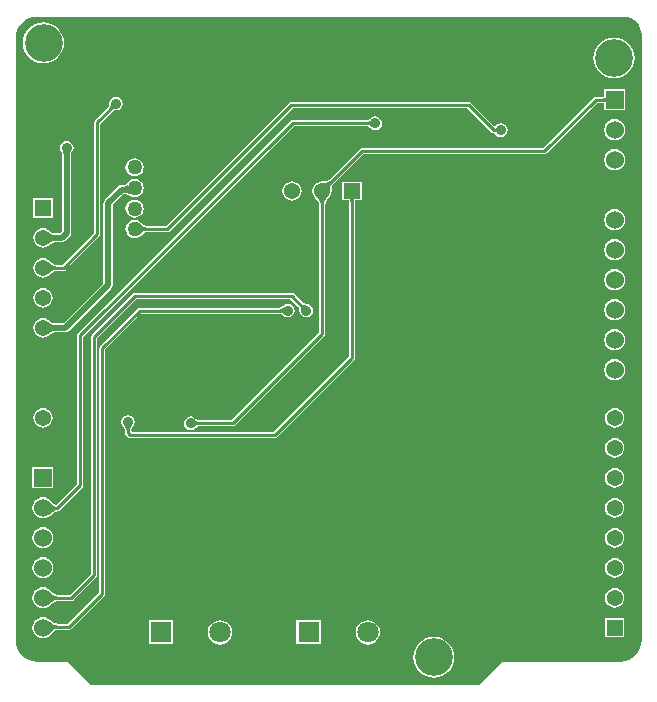
<source format=gbl>
G04*
G04 #@! TF.GenerationSoftware,Altium Limited,Altium Designer,19.0.15 (446)*
G04*
G04 Layer_Physical_Order=2*
G04 Layer_Color=16711680*
%FSLAX23Y23*%
%MOIN*%
G70*
G01*
G75*
%ADD14C,0.010*%
%ADD49C,0.020*%
%ADD51R,0.054X0.054*%
%ADD52C,0.054*%
%ADD53C,0.071*%
%ADD54R,0.071X0.071*%
%ADD55R,0.060X0.060*%
%ADD56C,0.060*%
%ADD57R,0.054X0.054*%
%ADD58C,0.126*%
%ADD59C,0.035*%
%ADD60C,0.050*%
G36*
X-78Y280D02*
X-69D01*
Y280D01*
X-58Y279D01*
X-47Y276D01*
X-36Y270D01*
X-27Y263D01*
X-20Y254D01*
X-15Y244D01*
X-11Y233D01*
X-10Y221D01*
X-10D01*
X-10Y-1798D01*
X-10D01*
X-12Y-1812D01*
X-16Y-1825D01*
X-22Y-1837D01*
X-31Y-1848D01*
X-42Y-1857D01*
X-54Y-1864D01*
X-67Y-1868D01*
X-81Y-1869D01*
Y-1869D01*
X-470D01*
X-473Y-1870D01*
X-475Y-1871D01*
X-475Y-1871D01*
X-552Y-1948D01*
X-1845D01*
X-1922Y-1871D01*
X-1924Y-1869D01*
X-1927Y-1869D01*
X-2026D01*
Y-1869D01*
X-2040Y-1867D01*
X-2053Y-1863D01*
X-2065Y-1857D01*
X-2076Y-1848D01*
X-2085Y-1837D01*
X-2091Y-1825D01*
X-2095Y-1811D01*
X-2097Y-1798D01*
X-2097D01*
X-2097Y209D01*
X-2097D01*
X-2095Y223D01*
X-2091Y236D01*
X-2085Y249D01*
X-2076Y260D01*
X-2065Y268D01*
X-2053Y275D01*
X-2040Y279D01*
X-2026Y280D01*
X-78D01*
X-78Y280D01*
D02*
G37*
%LPC*%
G36*
X-2004Y262D02*
X-2018Y260D01*
X-2031Y257D01*
X-2042Y250D01*
X-2053Y242D01*
X-2061Y231D01*
X-2068Y220D01*
X-2071Y207D01*
X-2073Y193D01*
X-2071Y180D01*
X-2068Y167D01*
X-2061Y155D01*
X-2053Y145D01*
X-2042Y137D01*
X-2031Y130D01*
X-2018Y126D01*
X-2004Y125D01*
X-1991Y126D01*
X-1978Y130D01*
X-1967Y137D01*
X-1956Y145D01*
X-1948Y155D01*
X-1941Y167D01*
X-1937Y180D01*
X-1936Y193D01*
X-1937Y207D01*
X-1941Y220D01*
X-1948Y231D01*
X-1956Y242D01*
X-1967Y250D01*
X-1978Y257D01*
X-1991Y260D01*
X-2004Y262D01*
D02*
G37*
G36*
X-103Y211D02*
X-116Y210D01*
X-129Y206D01*
X-140Y200D01*
X-151Y191D01*
X-159Y181D01*
X-166Y169D01*
X-170Y156D01*
X-171Y143D01*
X-170Y130D01*
X-166Y117D01*
X-159Y105D01*
X-151Y95D01*
X-140Y86D01*
X-129Y80D01*
X-116Y76D01*
X-103Y75D01*
X-89Y76D01*
X-76Y80D01*
X-65Y86D01*
X-54Y95D01*
X-46Y105D01*
X-39Y117D01*
X-36Y130D01*
X-34Y143D01*
X-36Y156D01*
X-39Y169D01*
X-46Y181D01*
X-54Y191D01*
X-65Y200D01*
X-76Y206D01*
X-89Y210D01*
X-103Y211D01*
D02*
G37*
G36*
X-65Y38D02*
X-135D01*
Y14D01*
X-135Y14D01*
X-136Y14D01*
X-137Y14D01*
X-138Y14D01*
X-140Y14D01*
X-141Y14D01*
X-164D01*
X-168Y13D01*
X-171Y11D01*
X-339Y-157D01*
X-943D01*
X-947Y-158D01*
X-950Y-160D01*
X-1053Y-263D01*
X-1053Y-263D01*
X-1054Y-264D01*
X-1056Y-265D01*
X-1057Y-265D01*
X-1059Y-266D01*
X-1061Y-267D01*
X-1063Y-267D01*
X-1066Y-268D01*
X-1072Y-268D01*
X-1076Y-268D01*
X-1076Y-268D01*
X-1084Y-269D01*
X-1092Y-273D01*
X-1099Y-278D01*
X-1104Y-284D01*
X-1107Y-292D01*
X-1108Y-300D01*
X-1107Y-309D01*
X-1104Y-317D01*
X-1099Y-323D01*
X-1098Y-324D01*
X-1098Y-325D01*
X-1093Y-329D01*
X-1091Y-331D01*
X-1089Y-334D01*
X-1088Y-336D01*
X-1087Y-337D01*
X-1086Y-339D01*
X-1086Y-341D01*
X-1085Y-342D01*
X-1085Y-344D01*
X-1085Y-344D01*
Y-771D01*
X-1378Y-1065D01*
X-1486D01*
X-1486Y-1064D01*
X-1488Y-1064D01*
X-1489Y-1064D01*
X-1490Y-1064D01*
X-1491Y-1064D01*
X-1492Y-1063D01*
X-1493Y-1063D01*
X-1494Y-1062D01*
X-1495Y-1061D01*
X-1496Y-1060D01*
X-1497Y-1059D01*
X-1498Y-1059D01*
X-1505Y-1054D01*
X-1514Y-1052D01*
X-1523Y-1054D01*
X-1530Y-1059D01*
X-1535Y-1066D01*
X-1537Y-1075D01*
X-1535Y-1084D01*
X-1530Y-1091D01*
X-1523Y-1096D01*
X-1514Y-1098D01*
X-1505Y-1096D01*
X-1498Y-1091D01*
X-1497Y-1091D01*
X-1496Y-1090D01*
X-1495Y-1089D01*
X-1494Y-1088D01*
X-1493Y-1087D01*
X-1492Y-1086D01*
X-1491Y-1086D01*
X-1490Y-1086D01*
X-1489Y-1085D01*
X-1488Y-1085D01*
X-1486Y-1085D01*
X-1486Y-1085D01*
X-1374D01*
X-1370Y-1084D01*
X-1367Y-1082D01*
X-1068Y-783D01*
X-1065Y-779D01*
X-1065Y-776D01*
Y-344D01*
X-1064Y-343D01*
X-1064Y-342D01*
X-1064Y-340D01*
X-1064Y-339D01*
X-1063Y-337D01*
X-1062Y-335D01*
X-1060Y-333D01*
X-1059Y-330D01*
X-1055Y-325D01*
X-1052Y-322D01*
X-1052Y-322D01*
X-1048Y-317D01*
X-1045Y-309D01*
X-1044Y-301D01*
X-1044Y-300D01*
X-1044Y-293D01*
X-1043Y-290D01*
X-1043Y-288D01*
X-1042Y-285D01*
X-1042Y-283D01*
X-1041Y-281D01*
X-1040Y-280D01*
X-1039Y-279D01*
X-1038Y-277D01*
X-1038Y-277D01*
X-939Y-178D01*
X-335D01*
X-331Y-177D01*
X-327Y-175D01*
X-160Y-7D01*
X-141D01*
X-140Y-7D01*
X-138Y-7D01*
X-137Y-7D01*
X-136Y-7D01*
X-135Y-8D01*
X-135Y-8D01*
Y-32D01*
X-65D01*
Y38D01*
D02*
G37*
G36*
X-1762Y14D02*
X-1771Y12D01*
X-1778Y7D01*
X-1783Y-0D01*
X-1785Y-9D01*
X-1785Y-9D01*
X-1785Y-11D01*
X-1785Y-12D01*
X-1785Y-14D01*
X-1785Y-15D01*
X-1786Y-16D01*
X-1786Y-17D01*
X-1787Y-18D01*
X-1787Y-19D01*
X-1788Y-20D01*
X-1789Y-21D01*
X-1789Y-21D01*
X-1832Y-65D01*
X-1834Y-68D01*
X-1835Y-72D01*
Y-440D01*
X-1942Y-546D01*
X-1963D01*
X-1963Y-546D01*
X-1965Y-546D01*
X-1966Y-546D01*
X-1968Y-545D01*
X-1969Y-544D01*
X-1971Y-543D01*
X-1973Y-542D01*
X-1976Y-541D01*
X-1980Y-536D01*
X-1983Y-534D01*
X-1983Y-534D01*
X-1990Y-529D01*
X-1998Y-525D01*
X-2006Y-524D01*
X-2014Y-525D01*
X-2022Y-529D01*
X-2029Y-534D01*
X-2034Y-540D01*
X-2037Y-548D01*
X-2038Y-557D01*
X-2037Y-565D01*
X-2034Y-573D01*
X-2029Y-579D01*
X-2022Y-585D01*
X-2014Y-588D01*
X-2006Y-589D01*
X-1998Y-588D01*
X-1990Y-585D01*
X-1983Y-580D01*
X-1983Y-579D01*
X-1978Y-575D01*
X-1976Y-573D01*
X-1973Y-571D01*
X-1971Y-570D01*
X-1969Y-569D01*
X-1968Y-568D01*
X-1966Y-567D01*
X-1965Y-567D01*
X-1963Y-567D01*
X-1963Y-567D01*
X-1937D01*
X-1934Y-566D01*
X-1930Y-564D01*
X-1818Y-451D01*
X-1815Y-448D01*
X-1815Y-444D01*
Y-76D01*
X-1774Y-36D01*
X-1774Y-36D01*
X-1773Y-35D01*
X-1772Y-34D01*
X-1771Y-34D01*
X-1770Y-33D01*
X-1769Y-33D01*
X-1768Y-32D01*
X-1767Y-32D01*
X-1765Y-32D01*
X-1764Y-32D01*
X-1762Y-32D01*
X-1762Y-32D01*
X-1753Y-30D01*
X-1746Y-25D01*
X-1741Y-18D01*
X-1739Y-9D01*
X-1741Y-0D01*
X-1746Y7D01*
X-1753Y12D01*
X-1762Y14D01*
D02*
G37*
G36*
X-899Y-52D02*
X-907Y-54D01*
X-915Y-59D01*
X-915Y-59D01*
X-916Y-60D01*
X-917Y-61D01*
X-919Y-62D01*
X-920Y-63D01*
X-921Y-63D01*
X-922Y-64D01*
X-923Y-64D01*
X-924Y-64D01*
X-925Y-64D01*
X-926Y-64D01*
X-927Y-65D01*
X-1174D01*
X-1178Y-65D01*
X-1181Y-68D01*
X-1889Y-775D01*
X-1891Y-779D01*
X-1892Y-782D01*
Y-1278D01*
X-1961Y-1347D01*
X-1963Y-1347D01*
X-1965Y-1346D01*
X-1967Y-1345D01*
X-1969Y-1343D01*
X-1971Y-1341D01*
X-1977Y-1336D01*
X-1979Y-1333D01*
X-1980Y-1333D01*
X-1981Y-1331D01*
X-1988Y-1326D01*
X-1997Y-1322D01*
X-2006Y-1321D01*
X-2015Y-1322D01*
X-2024Y-1326D01*
X-2031Y-1331D01*
X-2037Y-1339D01*
X-2040Y-1347D01*
X-2041Y-1356D01*
X-2040Y-1366D01*
X-2037Y-1374D01*
X-2031Y-1381D01*
X-2024Y-1387D01*
X-2015Y-1391D01*
X-2006Y-1392D01*
X-1997Y-1391D01*
X-1988Y-1387D01*
X-1983Y-1383D01*
X-1982Y-1383D01*
X-1979Y-1380D01*
X-1973Y-1375D01*
X-1970Y-1373D01*
X-1968Y-1372D01*
X-1965Y-1371D01*
X-1963Y-1370D01*
X-1962Y-1369D01*
X-1960Y-1369D01*
X-1958Y-1369D01*
X-1958Y-1368D01*
X-1958D01*
X-1954Y-1368D01*
X-1950Y-1365D01*
X-1875Y-1290D01*
X-1872Y-1286D01*
X-1872Y-1282D01*
Y-787D01*
X-1170Y-85D01*
X-927D01*
X-926Y-85D01*
X-925Y-85D01*
X-924Y-85D01*
X-923Y-86D01*
X-922Y-86D01*
X-921Y-86D01*
X-920Y-87D01*
X-919Y-88D01*
X-917Y-89D01*
X-916Y-90D01*
X-915Y-91D01*
X-915Y-91D01*
X-907Y-96D01*
X-899Y-98D01*
X-890Y-96D01*
X-882Y-91D01*
X-877Y-84D01*
X-876Y-75D01*
X-877Y-66D01*
X-882Y-59D01*
X-890Y-54D01*
X-899Y-52D01*
D02*
G37*
G36*
X-587Y-5D02*
X-1178D01*
X-1182Y-5D01*
X-1185Y-8D01*
X-1595Y-417D01*
X-1660D01*
X-1660Y-417D01*
X-1662Y-417D01*
X-1663Y-416D01*
X-1665Y-416D01*
X-1666Y-415D01*
X-1668Y-414D01*
X-1670Y-413D01*
X-1672Y-412D01*
X-1676Y-408D01*
X-1679Y-406D01*
X-1679Y-406D01*
X-1685Y-401D01*
X-1692Y-398D01*
X-1700Y-397D01*
X-1708Y-398D01*
X-1715Y-401D01*
X-1722Y-406D01*
X-1727Y-412D01*
X-1730Y-419D01*
X-1731Y-427D01*
X-1730Y-435D01*
X-1727Y-442D01*
X-1722Y-449D01*
X-1715Y-453D01*
X-1708Y-456D01*
X-1700Y-457D01*
X-1692Y-456D01*
X-1685Y-453D01*
X-1679Y-449D01*
X-1679Y-449D01*
X-1674Y-444D01*
X-1672Y-443D01*
X-1670Y-441D01*
X-1668Y-440D01*
X-1666Y-439D01*
X-1665Y-438D01*
X-1663Y-438D01*
X-1662Y-438D01*
X-1660Y-438D01*
X-1660Y-437D01*
X-1591D01*
X-1587Y-437D01*
X-1583Y-434D01*
X-1174Y-25D01*
X-591D01*
X-510Y-106D01*
X-507Y-108D01*
X-504Y-108D01*
X-503Y-109D01*
X-501Y-109D01*
X-500Y-109D01*
X-497Y-115D01*
X-489Y-120D01*
X-480Y-121D01*
X-472Y-120D01*
X-464Y-115D01*
X-459Y-107D01*
X-457Y-98D01*
X-459Y-90D01*
X-464Y-82D01*
X-472Y-77D01*
X-480Y-75D01*
X-489Y-77D01*
X-497Y-82D01*
X-498Y-84D01*
X-503Y-84D01*
X-579Y-8D01*
X-583Y-5D01*
X-587Y-5D01*
D02*
G37*
G36*
X-100Y-61D02*
X-109Y-62D01*
X-118Y-66D01*
X-125Y-72D01*
X-131Y-79D01*
X-134Y-87D01*
X-135Y-97D01*
X-134Y-106D01*
X-131Y-114D01*
X-125Y-122D01*
X-118Y-127D01*
X-109Y-131D01*
X-100Y-132D01*
X-91Y-131D01*
X-82Y-127D01*
X-75Y-122D01*
X-69Y-114D01*
X-66Y-106D01*
X-65Y-97D01*
X-66Y-87D01*
X-69Y-79D01*
X-75Y-72D01*
X-82Y-66D01*
X-91Y-62D01*
X-100Y-61D01*
D02*
G37*
G36*
Y-161D02*
X-109Y-162D01*
X-118Y-166D01*
X-125Y-172D01*
X-131Y-179D01*
X-134Y-187D01*
X-135Y-197D01*
X-134Y-206D01*
X-131Y-214D01*
X-125Y-222D01*
X-118Y-227D01*
X-109Y-231D01*
X-100Y-232D01*
X-91Y-231D01*
X-82Y-227D01*
X-75Y-222D01*
X-69Y-214D01*
X-66Y-206D01*
X-65Y-197D01*
X-66Y-187D01*
X-69Y-179D01*
X-75Y-172D01*
X-82Y-166D01*
X-91Y-162D01*
X-100Y-161D01*
D02*
G37*
G36*
X-1700Y-192D02*
X-1708Y-193D01*
X-1715Y-196D01*
X-1722Y-201D01*
X-1727Y-207D01*
X-1730Y-214D01*
X-1731Y-222D01*
X-1730Y-230D01*
X-1727Y-237D01*
X-1722Y-243D01*
X-1715Y-248D01*
X-1708Y-251D01*
X-1700Y-252D01*
X-1692Y-251D01*
X-1685Y-248D01*
X-1679Y-243D01*
X-1674Y-237D01*
X-1671Y-230D01*
X-1670Y-222D01*
X-1671Y-214D01*
X-1674Y-207D01*
X-1679Y-201D01*
X-1685Y-196D01*
X-1692Y-193D01*
X-1700Y-192D01*
D02*
G37*
G36*
Y-260D02*
X-1708Y-261D01*
X-1715Y-264D01*
X-1722Y-269D01*
X-1726Y-274D01*
X-1726Y-274D01*
X-1727Y-276D01*
X-1728Y-277D01*
X-1729Y-278D01*
X-1730Y-278D01*
X-1731Y-279D01*
X-1733Y-280D01*
X-1734Y-280D01*
X-1736Y-280D01*
X-1738Y-281D01*
X-1740Y-281D01*
X-1740Y-281D01*
X-1744D01*
X-1750Y-282D01*
X-1755Y-285D01*
X-1800Y-331D01*
X-1804Y-336D01*
X-1805Y-342D01*
Y-609D01*
X-1937Y-741D01*
X-1964D01*
X-1965Y-741D01*
X-1967Y-741D01*
X-1969Y-741D01*
X-1971Y-740D01*
X-1973Y-740D01*
X-1975Y-739D01*
X-1977Y-739D01*
X-1978Y-738D01*
X-1980Y-737D01*
X-1981Y-735D01*
X-1983Y-734D01*
X-1983Y-734D01*
X-1990Y-729D01*
X-1998Y-725D01*
X-2006Y-724D01*
X-2014Y-725D01*
X-2022Y-729D01*
X-2029Y-734D01*
X-2034Y-740D01*
X-2037Y-748D01*
X-2038Y-757D01*
X-2037Y-765D01*
X-2034Y-773D01*
X-2029Y-779D01*
X-2022Y-785D01*
X-2014Y-788D01*
X-2006Y-789D01*
X-1998Y-788D01*
X-1990Y-785D01*
X-1983Y-780D01*
X-1983Y-779D01*
X-1981Y-778D01*
X-1980Y-777D01*
X-1978Y-776D01*
X-1977Y-775D01*
X-1975Y-774D01*
X-1973Y-773D01*
X-1971Y-773D01*
X-1969Y-772D01*
X-1967Y-772D01*
X-1965Y-772D01*
X-1964Y-772D01*
X-1931D01*
X-1925Y-771D01*
X-1920Y-767D01*
X-1779Y-626D01*
X-1775Y-621D01*
X-1774Y-615D01*
Y-348D01*
X-1738Y-311D01*
X-1735D01*
X-1735Y-312D01*
X-1733Y-312D01*
X-1728Y-312D01*
X-1726Y-312D01*
X-1725Y-313D01*
X-1723Y-313D01*
X-1721Y-314D01*
X-1719Y-314D01*
X-1718Y-315D01*
X-1716Y-316D01*
X-1716Y-316D01*
X-1715Y-317D01*
X-1708Y-320D01*
X-1700Y-321D01*
X-1692Y-320D01*
X-1685Y-317D01*
X-1679Y-312D01*
X-1674Y-305D01*
X-1671Y-298D01*
X-1670Y-290D01*
X-1671Y-283D01*
X-1674Y-275D01*
X-1679Y-269D01*
X-1685Y-264D01*
X-1692Y-261D01*
X-1700Y-260D01*
D02*
G37*
G36*
X-1176Y-268D02*
X-1184Y-269D01*
X-1192Y-273D01*
X-1199Y-278D01*
X-1204Y-284D01*
X-1207Y-292D01*
X-1208Y-300D01*
X-1207Y-309D01*
X-1204Y-317D01*
X-1199Y-323D01*
X-1192Y-328D01*
X-1184Y-332D01*
X-1176Y-333D01*
X-1168Y-332D01*
X-1160Y-328D01*
X-1153Y-323D01*
X-1148Y-317D01*
X-1145Y-309D01*
X-1144Y-300D01*
X-1145Y-292D01*
X-1148Y-284D01*
X-1153Y-278D01*
X-1160Y-273D01*
X-1168Y-269D01*
X-1176Y-268D01*
D02*
G37*
G36*
X-1974Y-325D02*
X-2038D01*
Y-389D01*
X-1974D01*
Y-325D01*
D02*
G37*
G36*
X-1700Y-329D02*
X-1708Y-330D01*
X-1715Y-333D01*
X-1722Y-337D01*
X-1727Y-344D01*
X-1730Y-351D01*
X-1731Y-359D01*
X-1730Y-367D01*
X-1727Y-374D01*
X-1722Y-380D01*
X-1715Y-385D01*
X-1708Y-388D01*
X-1700Y-389D01*
X-1692Y-388D01*
X-1685Y-385D01*
X-1679Y-380D01*
X-1674Y-374D01*
X-1671Y-367D01*
X-1670Y-359D01*
X-1671Y-351D01*
X-1674Y-344D01*
X-1679Y-337D01*
X-1685Y-333D01*
X-1692Y-330D01*
X-1700Y-329D01*
D02*
G37*
G36*
X-100Y-361D02*
X-109Y-362D01*
X-118Y-366D01*
X-125Y-372D01*
X-131Y-379D01*
X-134Y-387D01*
X-135Y-397D01*
X-134Y-406D01*
X-131Y-414D01*
X-125Y-422D01*
X-118Y-427D01*
X-109Y-431D01*
X-100Y-432D01*
X-91Y-431D01*
X-82Y-427D01*
X-75Y-422D01*
X-69Y-414D01*
X-66Y-406D01*
X-65Y-397D01*
X-66Y-387D01*
X-69Y-379D01*
X-75Y-372D01*
X-82Y-366D01*
X-91Y-362D01*
X-100Y-361D01*
D02*
G37*
G36*
X-1927Y-134D02*
X-1936Y-135D01*
X-1943Y-140D01*
X-1948Y-148D01*
X-1950Y-156D01*
X-1948Y-165D01*
X-1944Y-172D01*
X-1944Y-172D01*
X-1944Y-173D01*
X-1943Y-173D01*
X-1943Y-173D01*
X-1943Y-173D01*
X-1943Y-174D01*
X-1943Y-175D01*
X-1943Y-180D01*
X-1943Y-181D01*
X-1942Y-182D01*
Y-434D01*
X-1950Y-441D01*
X-1964D01*
X-1965Y-441D01*
X-1967Y-441D01*
X-1969Y-441D01*
X-1971Y-440D01*
X-1973Y-440D01*
X-1975Y-439D01*
X-1977Y-439D01*
X-1978Y-438D01*
X-1980Y-437D01*
X-1981Y-435D01*
X-1983Y-434D01*
X-1983Y-434D01*
X-1990Y-429D01*
X-1998Y-425D01*
X-2006Y-424D01*
X-2014Y-425D01*
X-2022Y-429D01*
X-2029Y-434D01*
X-2034Y-440D01*
X-2037Y-448D01*
X-2038Y-457D01*
X-2037Y-465D01*
X-2034Y-473D01*
X-2029Y-479D01*
X-2022Y-484D01*
X-2014Y-488D01*
X-2006Y-489D01*
X-1998Y-488D01*
X-1990Y-484D01*
X-1983Y-480D01*
X-1983Y-479D01*
X-1981Y-478D01*
X-1980Y-477D01*
X-1978Y-476D01*
X-1977Y-475D01*
X-1975Y-474D01*
X-1973Y-473D01*
X-1971Y-473D01*
X-1969Y-472D01*
X-1967Y-472D01*
X-1965Y-472D01*
X-1964Y-472D01*
X-1944D01*
X-1938Y-471D01*
X-1933Y-467D01*
X-1916Y-451D01*
X-1913Y-446D01*
X-1912Y-440D01*
Y-182D01*
X-1912Y-181D01*
X-1912Y-178D01*
X-1911Y-175D01*
X-1911Y-174D01*
X-1911Y-173D01*
X-1911Y-173D01*
X-1911Y-173D01*
X-1911Y-173D01*
X-1911Y-172D01*
X-1911Y-172D01*
X-1906Y-165D01*
X-1904Y-156D01*
X-1906Y-148D01*
X-1911Y-140D01*
X-1918Y-135D01*
X-1927Y-134D01*
D02*
G37*
G36*
X-100Y-461D02*
X-109Y-462D01*
X-118Y-466D01*
X-125Y-472D01*
X-131Y-479D01*
X-134Y-487D01*
X-135Y-497D01*
X-134Y-506D01*
X-131Y-514D01*
X-125Y-522D01*
X-118Y-527D01*
X-109Y-531D01*
X-100Y-532D01*
X-91Y-531D01*
X-82Y-527D01*
X-75Y-522D01*
X-69Y-514D01*
X-66Y-506D01*
X-65Y-497D01*
X-66Y-487D01*
X-69Y-479D01*
X-75Y-472D01*
X-82Y-466D01*
X-91Y-462D01*
X-100Y-461D01*
D02*
G37*
G36*
Y-561D02*
X-109Y-562D01*
X-118Y-566D01*
X-125Y-572D01*
X-131Y-579D01*
X-134Y-587D01*
X-135Y-597D01*
X-134Y-606D01*
X-131Y-614D01*
X-125Y-622D01*
X-118Y-627D01*
X-109Y-631D01*
X-100Y-632D01*
X-91Y-631D01*
X-82Y-627D01*
X-75Y-622D01*
X-69Y-614D01*
X-66Y-606D01*
X-65Y-597D01*
X-66Y-587D01*
X-69Y-579D01*
X-75Y-572D01*
X-82Y-566D01*
X-91Y-562D01*
X-100Y-561D01*
D02*
G37*
G36*
X-2006Y-624D02*
X-2014Y-625D01*
X-2022Y-629D01*
X-2029Y-634D01*
X-2034Y-640D01*
X-2037Y-648D01*
X-2038Y-657D01*
X-2037Y-665D01*
X-2034Y-673D01*
X-2029Y-679D01*
X-2022Y-684D01*
X-2014Y-688D01*
X-2006Y-689D01*
X-1998Y-688D01*
X-1990Y-684D01*
X-1983Y-679D01*
X-1978Y-673D01*
X-1975Y-665D01*
X-1974Y-657D01*
X-1975Y-648D01*
X-1978Y-640D01*
X-1983Y-634D01*
X-1990Y-629D01*
X-1998Y-625D01*
X-2006Y-624D01*
D02*
G37*
G36*
X-1177Y-639D02*
X-1699D01*
X-1703Y-640D01*
X-1706Y-642D01*
X-1843Y-779D01*
X-1845Y-783D01*
X-1846Y-786D01*
Y-1576D01*
X-1916Y-1646D01*
X-1957D01*
X-1958Y-1646D01*
X-1960Y-1646D01*
X-1961Y-1646D01*
X-1963Y-1645D01*
X-1965Y-1644D01*
X-1967Y-1643D01*
X-1970Y-1641D01*
X-1972Y-1639D01*
X-1978Y-1634D01*
X-1981Y-1631D01*
X-1981Y-1631D01*
X-1981Y-1631D01*
X-1988Y-1626D01*
X-1997Y-1622D01*
X-2006Y-1621D01*
X-2015Y-1622D01*
X-2024Y-1626D01*
X-2031Y-1631D01*
X-2037Y-1639D01*
X-2040Y-1647D01*
X-2041Y-1656D01*
X-2040Y-1666D01*
X-2037Y-1674D01*
X-2031Y-1681D01*
X-2024Y-1687D01*
X-2015Y-1691D01*
X-2006Y-1692D01*
X-1997Y-1691D01*
X-1988Y-1687D01*
X-1981Y-1681D01*
X-1981Y-1681D01*
X-1981Y-1681D01*
X-1978Y-1678D01*
X-1972Y-1673D01*
X-1970Y-1672D01*
X-1967Y-1670D01*
X-1965Y-1669D01*
X-1963Y-1668D01*
X-1961Y-1667D01*
X-1960Y-1667D01*
X-1958Y-1667D01*
X-1957Y-1667D01*
X-1911D01*
X-1907Y-1666D01*
X-1904Y-1664D01*
X-1828Y-1588D01*
X-1826Y-1585D01*
X-1825Y-1581D01*
Y-791D01*
X-1695Y-660D01*
X-1181D01*
X-1155Y-686D01*
X-1154Y-687D01*
X-1154Y-688D01*
X-1153Y-688D01*
X-1152Y-689D01*
X-1152Y-690D01*
X-1152Y-691D01*
X-1151Y-693D01*
X-1151Y-694D01*
X-1151Y-695D01*
X-1151Y-697D01*
X-1151Y-699D01*
X-1151Y-699D01*
X-1149Y-708D01*
X-1144Y-715D01*
X-1136Y-720D01*
X-1128Y-722D01*
X-1119Y-720D01*
X-1111Y-715D01*
X-1106Y-708D01*
X-1105Y-699D01*
X-1106Y-690D01*
X-1111Y-683D01*
X-1119Y-678D01*
X-1128Y-676D01*
X-1128Y-676D01*
X-1130Y-676D01*
X-1131Y-676D01*
X-1133Y-676D01*
X-1134Y-675D01*
X-1135Y-675D01*
X-1136Y-674D01*
X-1137Y-674D01*
X-1138Y-673D01*
X-1139Y-673D01*
X-1140Y-672D01*
X-1140Y-672D01*
X-1170Y-642D01*
X-1173Y-640D01*
X-1177Y-639D01*
D02*
G37*
G36*
X-1190Y-676D02*
X-1199Y-678D01*
X-1206Y-683D01*
X-1206Y-683D01*
X-1208Y-684D01*
X-1209Y-685D01*
X-1210Y-686D01*
X-1211Y-687D01*
X-1212Y-687D01*
X-1213Y-688D01*
X-1214Y-688D01*
X-1215Y-688D01*
X-1216Y-688D01*
X-1217Y-688D01*
X-1218Y-689D01*
X-1683D01*
X-1687Y-689D01*
X-1690Y-692D01*
X-1815Y-817D01*
X-1817Y-820D01*
X-1818Y-824D01*
Y-1638D01*
X-1923Y-1743D01*
X-1958D01*
X-1959Y-1743D01*
X-1960Y-1742D01*
X-1962Y-1742D01*
X-1964Y-1742D01*
X-1966Y-1741D01*
X-1968Y-1739D01*
X-1971Y-1738D01*
X-1980Y-1731D01*
X-1984Y-1729D01*
X-1985Y-1728D01*
X-1988Y-1726D01*
X-1997Y-1722D01*
X-2006Y-1721D01*
X-2015Y-1722D01*
X-2024Y-1726D01*
X-2031Y-1731D01*
X-2037Y-1739D01*
X-2040Y-1747D01*
X-2041Y-1756D01*
X-2040Y-1766D01*
X-2037Y-1774D01*
X-2031Y-1781D01*
X-2024Y-1787D01*
X-2015Y-1791D01*
X-2006Y-1792D01*
X-1997Y-1791D01*
X-1988Y-1787D01*
X-1981Y-1781D01*
X-1979Y-1779D01*
X-1978Y-1778D01*
X-1976Y-1775D01*
X-1973Y-1773D01*
X-1971Y-1770D01*
X-1969Y-1768D01*
X-1967Y-1767D01*
X-1965Y-1765D01*
X-1963Y-1764D01*
X-1961Y-1764D01*
X-1959Y-1763D01*
X-1958Y-1763D01*
X-1957Y-1763D01*
X-1957Y-1763D01*
X-1957Y-1763D01*
X-1918D01*
X-1914Y-1762D01*
X-1911Y-1760D01*
X-1801Y-1650D01*
X-1799Y-1647D01*
X-1798Y-1643D01*
Y-828D01*
X-1679Y-709D01*
X-1218D01*
X-1217Y-709D01*
X-1216Y-709D01*
X-1215Y-709D01*
X-1214Y-710D01*
X-1213Y-710D01*
X-1212Y-710D01*
X-1211Y-711D01*
X-1210Y-712D01*
X-1209Y-713D01*
X-1208Y-714D01*
X-1206Y-715D01*
X-1206Y-715D01*
X-1199Y-720D01*
X-1190Y-722D01*
X-1181Y-720D01*
X-1174Y-715D01*
X-1169Y-708D01*
X-1167Y-699D01*
X-1169Y-690D01*
X-1174Y-683D01*
X-1181Y-678D01*
X-1190Y-676D01*
D02*
G37*
G36*
X-100Y-661D02*
X-109Y-662D01*
X-118Y-666D01*
X-125Y-672D01*
X-131Y-679D01*
X-134Y-687D01*
X-135Y-697D01*
X-134Y-706D01*
X-131Y-714D01*
X-125Y-722D01*
X-118Y-727D01*
X-109Y-731D01*
X-100Y-732D01*
X-91Y-731D01*
X-82Y-727D01*
X-75Y-722D01*
X-69Y-714D01*
X-66Y-706D01*
X-65Y-697D01*
X-66Y-687D01*
X-69Y-679D01*
X-75Y-672D01*
X-82Y-666D01*
X-91Y-662D01*
X-100Y-661D01*
D02*
G37*
G36*
Y-761D02*
X-109Y-762D01*
X-118Y-766D01*
X-125Y-772D01*
X-131Y-779D01*
X-134Y-787D01*
X-135Y-797D01*
X-134Y-806D01*
X-131Y-814D01*
X-125Y-822D01*
X-118Y-827D01*
X-109Y-831D01*
X-100Y-832D01*
X-91Y-831D01*
X-82Y-827D01*
X-75Y-822D01*
X-69Y-814D01*
X-66Y-806D01*
X-65Y-797D01*
X-66Y-787D01*
X-69Y-779D01*
X-75Y-772D01*
X-82Y-766D01*
X-91Y-762D01*
X-100Y-761D01*
D02*
G37*
G36*
Y-861D02*
X-109Y-862D01*
X-118Y-866D01*
X-125Y-872D01*
X-131Y-879D01*
X-134Y-887D01*
X-135Y-897D01*
X-134Y-906D01*
X-131Y-914D01*
X-125Y-922D01*
X-118Y-927D01*
X-109Y-931D01*
X-100Y-932D01*
X-91Y-931D01*
X-82Y-927D01*
X-75Y-922D01*
X-69Y-914D01*
X-66Y-906D01*
X-65Y-897D01*
X-66Y-887D01*
X-69Y-879D01*
X-75Y-872D01*
X-82Y-866D01*
X-91Y-862D01*
X-100Y-861D01*
D02*
G37*
G36*
Y-1024D02*
X-108Y-1025D01*
X-116Y-1029D01*
X-123Y-1034D01*
X-128Y-1040D01*
X-131Y-1048D01*
X-132Y-1056D01*
X-131Y-1065D01*
X-128Y-1073D01*
X-123Y-1079D01*
X-116Y-1084D01*
X-108Y-1088D01*
X-100Y-1089D01*
X-92Y-1088D01*
X-84Y-1084D01*
X-77Y-1079D01*
X-72Y-1073D01*
X-69Y-1065D01*
X-68Y-1056D01*
X-69Y-1048D01*
X-72Y-1040D01*
X-77Y-1034D01*
X-84Y-1029D01*
X-92Y-1025D01*
X-100Y-1024D01*
D02*
G37*
G36*
X-2006Y-1024D02*
X-2014Y-1025D01*
X-2022Y-1029D01*
X-2029Y-1034D01*
X-2034Y-1040D01*
X-2037Y-1048D01*
X-2038Y-1057D01*
X-2037Y-1065D01*
X-2034Y-1073D01*
X-2029Y-1079D01*
X-2022Y-1084D01*
X-2014Y-1088D01*
X-2006Y-1089D01*
X-1998Y-1088D01*
X-1990Y-1084D01*
X-1983Y-1079D01*
X-1978Y-1073D01*
X-1975Y-1065D01*
X-1974Y-1057D01*
X-1975Y-1048D01*
X-1978Y-1040D01*
X-1983Y-1034D01*
X-1990Y-1029D01*
X-1998Y-1025D01*
X-2006Y-1024D01*
D02*
G37*
G36*
X-944Y-269D02*
X-1008D01*
Y-332D01*
X-987D01*
X-987Y-332D01*
X-987Y-333D01*
X-987Y-333D01*
X-987Y-334D01*
X-987Y-336D01*
X-987Y-337D01*
X-986Y-338D01*
Y-852D01*
X-1237Y-1103D01*
X-1710D01*
X-1712Y-1098D01*
X-1712Y-1098D01*
X-1712Y-1097D01*
X-1712Y-1096D01*
X-1712Y-1095D01*
X-1711Y-1094D01*
X-1711Y-1093D01*
X-1710Y-1092D01*
X-1709Y-1091D01*
X-1709Y-1090D01*
X-1708Y-1088D01*
X-1706Y-1087D01*
X-1706Y-1087D01*
X-1701Y-1080D01*
X-1699Y-1071D01*
X-1701Y-1062D01*
X-1706Y-1055D01*
X-1714Y-1050D01*
X-1722Y-1048D01*
X-1731Y-1050D01*
X-1739Y-1055D01*
X-1744Y-1062D01*
X-1745Y-1071D01*
X-1744Y-1080D01*
X-1739Y-1087D01*
X-1739Y-1087D01*
X-1737Y-1088D01*
X-1736Y-1090D01*
X-1735Y-1091D01*
X-1735Y-1092D01*
X-1734Y-1093D01*
X-1734Y-1094D01*
X-1733Y-1095D01*
X-1733Y-1096D01*
X-1733Y-1097D01*
X-1733Y-1098D01*
X-1733Y-1099D01*
Y-1106D01*
X-1732Y-1110D01*
X-1730Y-1114D01*
X-1723Y-1120D01*
X-1719Y-1123D01*
X-1716Y-1123D01*
X-1233D01*
X-1229Y-1123D01*
X-1226Y-1120D01*
X-969Y-863D01*
X-967Y-860D01*
X-966Y-856D01*
Y-338D01*
X-966Y-337D01*
X-966Y-336D01*
X-966Y-334D01*
X-965Y-333D01*
X-965Y-333D01*
X-965Y-332D01*
X-965Y-332D01*
X-944D01*
Y-269D01*
D02*
G37*
G36*
X-100Y-1124D02*
X-108Y-1125D01*
X-116Y-1129D01*
X-123Y-1134D01*
X-128Y-1140D01*
X-131Y-1148D01*
X-132Y-1156D01*
X-131Y-1165D01*
X-128Y-1173D01*
X-123Y-1179D01*
X-116Y-1184D01*
X-108Y-1188D01*
X-100Y-1189D01*
X-92Y-1188D01*
X-84Y-1184D01*
X-77Y-1179D01*
X-72Y-1173D01*
X-69Y-1165D01*
X-68Y-1156D01*
X-69Y-1148D01*
X-72Y-1140D01*
X-77Y-1134D01*
X-84Y-1129D01*
X-92Y-1125D01*
X-100Y-1124D01*
D02*
G37*
G36*
Y-1224D02*
X-108Y-1225D01*
X-116Y-1229D01*
X-123Y-1234D01*
X-128Y-1240D01*
X-131Y-1248D01*
X-132Y-1256D01*
X-131Y-1265D01*
X-128Y-1273D01*
X-123Y-1279D01*
X-116Y-1284D01*
X-108Y-1288D01*
X-100Y-1289D01*
X-92Y-1288D01*
X-84Y-1284D01*
X-77Y-1279D01*
X-72Y-1273D01*
X-69Y-1265D01*
X-68Y-1256D01*
X-69Y-1248D01*
X-72Y-1240D01*
X-77Y-1234D01*
X-84Y-1229D01*
X-92Y-1225D01*
X-100Y-1224D01*
D02*
G37*
G36*
X-1971Y-1221D02*
X-2041D01*
Y-1291D01*
X-1971D01*
Y-1221D01*
D02*
G37*
G36*
X-100Y-1324D02*
X-108Y-1325D01*
X-116Y-1329D01*
X-123Y-1334D01*
X-128Y-1340D01*
X-131Y-1348D01*
X-132Y-1356D01*
X-131Y-1365D01*
X-128Y-1373D01*
X-123Y-1379D01*
X-116Y-1384D01*
X-108Y-1388D01*
X-100Y-1389D01*
X-92Y-1388D01*
X-84Y-1384D01*
X-77Y-1379D01*
X-72Y-1373D01*
X-69Y-1365D01*
X-68Y-1356D01*
X-69Y-1348D01*
X-72Y-1340D01*
X-77Y-1334D01*
X-84Y-1329D01*
X-92Y-1325D01*
X-100Y-1324D01*
D02*
G37*
G36*
Y-1424D02*
X-108Y-1425D01*
X-116Y-1429D01*
X-123Y-1434D01*
X-128Y-1440D01*
X-131Y-1448D01*
X-132Y-1456D01*
X-131Y-1465D01*
X-128Y-1473D01*
X-123Y-1479D01*
X-116Y-1484D01*
X-108Y-1488D01*
X-100Y-1489D01*
X-92Y-1488D01*
X-84Y-1484D01*
X-77Y-1479D01*
X-72Y-1473D01*
X-69Y-1465D01*
X-68Y-1456D01*
X-69Y-1448D01*
X-72Y-1440D01*
X-77Y-1434D01*
X-84Y-1429D01*
X-92Y-1425D01*
X-100Y-1424D01*
D02*
G37*
G36*
X-2006Y-1421D02*
X-2015Y-1422D01*
X-2024Y-1426D01*
X-2031Y-1431D01*
X-2037Y-1439D01*
X-2040Y-1447D01*
X-2041Y-1456D01*
X-2040Y-1466D01*
X-2037Y-1474D01*
X-2031Y-1481D01*
X-2024Y-1487D01*
X-2015Y-1491D01*
X-2006Y-1492D01*
X-1997Y-1491D01*
X-1988Y-1487D01*
X-1981Y-1481D01*
X-1975Y-1474D01*
X-1972Y-1466D01*
X-1971Y-1456D01*
X-1972Y-1447D01*
X-1975Y-1439D01*
X-1981Y-1431D01*
X-1988Y-1426D01*
X-1997Y-1422D01*
X-2006Y-1421D01*
D02*
G37*
G36*
X-100Y-1524D02*
X-108Y-1525D01*
X-116Y-1529D01*
X-123Y-1534D01*
X-128Y-1540D01*
X-131Y-1548D01*
X-132Y-1556D01*
X-131Y-1565D01*
X-128Y-1573D01*
X-123Y-1579D01*
X-116Y-1584D01*
X-108Y-1588D01*
X-100Y-1589D01*
X-92Y-1588D01*
X-84Y-1584D01*
X-77Y-1579D01*
X-72Y-1573D01*
X-69Y-1565D01*
X-68Y-1556D01*
X-69Y-1548D01*
X-72Y-1540D01*
X-77Y-1534D01*
X-84Y-1529D01*
X-92Y-1525D01*
X-100Y-1524D01*
D02*
G37*
G36*
X-2006Y-1521D02*
X-2015Y-1522D01*
X-2024Y-1526D01*
X-2031Y-1531D01*
X-2037Y-1539D01*
X-2040Y-1547D01*
X-2041Y-1556D01*
X-2040Y-1566D01*
X-2037Y-1574D01*
X-2031Y-1581D01*
X-2024Y-1587D01*
X-2015Y-1591D01*
X-2006Y-1592D01*
X-1997Y-1591D01*
X-1988Y-1587D01*
X-1981Y-1581D01*
X-1975Y-1574D01*
X-1972Y-1566D01*
X-1971Y-1556D01*
X-1972Y-1547D01*
X-1975Y-1539D01*
X-1981Y-1531D01*
X-1988Y-1526D01*
X-1997Y-1522D01*
X-2006Y-1521D01*
D02*
G37*
G36*
X-100Y-1624D02*
X-108Y-1625D01*
X-116Y-1629D01*
X-123Y-1634D01*
X-128Y-1640D01*
X-131Y-1648D01*
X-132Y-1656D01*
X-131Y-1665D01*
X-128Y-1673D01*
X-123Y-1679D01*
X-116Y-1684D01*
X-108Y-1688D01*
X-100Y-1689D01*
X-92Y-1688D01*
X-84Y-1684D01*
X-77Y-1679D01*
X-72Y-1673D01*
X-69Y-1665D01*
X-68Y-1656D01*
X-69Y-1648D01*
X-72Y-1640D01*
X-77Y-1634D01*
X-84Y-1629D01*
X-92Y-1625D01*
X-100Y-1624D01*
D02*
G37*
G36*
X-68Y-1725D02*
X-132D01*
Y-1788D01*
X-68D01*
Y-1725D01*
D02*
G37*
G36*
X-1080Y-1731D02*
X-1161D01*
Y-1812D01*
X-1080D01*
Y-1731D01*
D02*
G37*
G36*
X-1572D02*
X-1653D01*
Y-1812D01*
X-1572D01*
Y-1731D01*
D02*
G37*
G36*
X-923Y-1731D02*
X-934Y-1733D01*
X-944Y-1737D01*
X-952Y-1743D01*
X-959Y-1752D01*
X-963Y-1761D01*
X-964Y-1772D01*
X-963Y-1782D01*
X-959Y-1792D01*
X-952Y-1801D01*
X-944Y-1807D01*
X-934Y-1811D01*
X-923Y-1813D01*
X-913Y-1811D01*
X-903Y-1807D01*
X-895Y-1801D01*
X-888Y-1792D01*
X-884Y-1782D01*
X-883Y-1772D01*
X-884Y-1761D01*
X-888Y-1752D01*
X-895Y-1743D01*
X-903Y-1737D01*
X-913Y-1733D01*
X-923Y-1731D01*
D02*
G37*
G36*
X-1416D02*
X-1426Y-1733D01*
X-1436Y-1737D01*
X-1444Y-1743D01*
X-1451Y-1752D01*
X-1455Y-1761D01*
X-1456Y-1772D01*
X-1455Y-1782D01*
X-1451Y-1792D01*
X-1444Y-1801D01*
X-1436Y-1807D01*
X-1426Y-1811D01*
X-1416Y-1813D01*
X-1405Y-1811D01*
X-1395Y-1807D01*
X-1387Y-1801D01*
X-1380Y-1792D01*
X-1376Y-1782D01*
X-1375Y-1772D01*
X-1376Y-1761D01*
X-1380Y-1752D01*
X-1387Y-1743D01*
X-1395Y-1737D01*
X-1405Y-1733D01*
X-1416Y-1731D01*
D02*
G37*
G36*
X-703Y-1787D02*
X-716Y-1788D01*
X-729Y-1792D01*
X-741Y-1799D01*
X-751Y-1807D01*
X-760Y-1817D01*
X-766Y-1829D01*
X-770Y-1842D01*
X-771Y-1855D01*
X-770Y-1869D01*
X-766Y-1881D01*
X-760Y-1893D01*
X-751Y-1904D01*
X-741Y-1912D01*
X-729Y-1918D01*
X-716Y-1922D01*
X-703Y-1924D01*
X-690Y-1922D01*
X-677Y-1918D01*
X-665Y-1912D01*
X-655Y-1904D01*
X-646Y-1893D01*
X-640Y-1881D01*
X-636Y-1869D01*
X-635Y-1855D01*
X-636Y-1842D01*
X-640Y-1829D01*
X-646Y-1817D01*
X-655Y-1807D01*
X-665Y-1799D01*
X-677Y-1792D01*
X-690Y-1788D01*
X-703Y-1787D01*
D02*
G37*
%LPD*%
G36*
X-130Y-7D02*
X-130Y-6D01*
X-130Y-5D01*
X-131Y-4D01*
X-131Y-3D01*
X-132Y-3D01*
X-134Y-2D01*
X-135Y-2D01*
X-136Y-2D01*
X-138Y-2D01*
X-140Y-2D01*
Y8D01*
X-138Y8D01*
X-136Y9D01*
X-135Y9D01*
X-134Y9D01*
X-132Y10D01*
X-131Y10D01*
X-131Y11D01*
X-130Y12D01*
X-130Y12D01*
X-130Y13D01*
Y-7D01*
D02*
G37*
G36*
X-1042Y-274D02*
X-1044Y-275D01*
X-1045Y-277D01*
X-1046Y-279D01*
X-1047Y-281D01*
X-1048Y-284D01*
X-1048Y-287D01*
X-1049Y-290D01*
X-1049Y-293D01*
X-1049Y-300D01*
X-1076Y-274D01*
X-1072Y-273D01*
X-1065Y-273D01*
X-1062Y-273D01*
X-1060Y-272D01*
X-1057Y-271D01*
X-1055Y-270D01*
X-1053Y-269D01*
X-1051Y-268D01*
X-1049Y-267D01*
X-1042Y-274D01*
D02*
G37*
G36*
X-1059Y-322D02*
X-1063Y-327D01*
X-1065Y-330D01*
X-1066Y-332D01*
X-1068Y-334D01*
X-1069Y-337D01*
X-1069Y-339D01*
X-1070Y-341D01*
X-1070Y-343D01*
X-1080Y-343D01*
X-1080Y-341D01*
X-1080Y-339D01*
X-1081Y-337D01*
X-1082Y-335D01*
X-1083Y-333D01*
X-1085Y-330D01*
X-1087Y-328D01*
X-1089Y-326D01*
X-1094Y-321D01*
X-1056Y-319D01*
X-1059Y-322D01*
D02*
G37*
G36*
X-1500Y-1064D02*
X-1498Y-1065D01*
X-1497Y-1066D01*
X-1496Y-1067D01*
X-1494Y-1068D01*
X-1493Y-1069D01*
X-1491Y-1069D01*
X-1490Y-1070D01*
X-1488Y-1070D01*
X-1487Y-1070D01*
Y-1080D01*
X-1488Y-1080D01*
X-1490Y-1080D01*
X-1491Y-1080D01*
X-1493Y-1081D01*
X-1494Y-1082D01*
X-1496Y-1082D01*
X-1497Y-1083D01*
X-1498Y-1084D01*
X-1500Y-1086D01*
X-1501Y-1087D01*
Y-1063D01*
X-1500Y-1064D01*
D02*
G37*
G36*
X-1762Y-26D02*
X-1764Y-26D01*
X-1766Y-27D01*
X-1768Y-27D01*
X-1769Y-27D01*
X-1771Y-28D01*
X-1772Y-28D01*
X-1774Y-29D01*
X-1775Y-30D01*
X-1776Y-31D01*
X-1778Y-32D01*
X-1785Y-25D01*
X-1784Y-23D01*
X-1783Y-22D01*
X-1782Y-21D01*
X-1781Y-20D01*
X-1781Y-18D01*
X-1780Y-16D01*
X-1780Y-15D01*
X-1779Y-13D01*
X-1779Y-11D01*
X-1779Y-9D01*
X-1762Y-26D01*
D02*
G37*
G36*
X-1984Y-540D02*
X-1979Y-545D01*
X-1977Y-547D01*
X-1974Y-548D01*
X-1972Y-549D01*
X-1970Y-550D01*
X-1967Y-551D01*
X-1965Y-551D01*
X-1963Y-552D01*
Y-562D01*
X-1965Y-562D01*
X-1967Y-562D01*
X-1970Y-563D01*
X-1972Y-564D01*
X-1974Y-565D01*
X-1977Y-567D01*
X-1979Y-568D01*
X-1982Y-570D01*
X-1987Y-575D01*
Y-538D01*
X-1984Y-540D01*
D02*
G37*
G36*
X-911Y-87D02*
X-913Y-86D01*
X-914Y-84D01*
X-915Y-83D01*
X-917Y-82D01*
X-918Y-82D01*
X-920Y-81D01*
X-921Y-80D01*
X-923Y-80D01*
X-924Y-80D01*
X-926Y-80D01*
Y-70D01*
X-924Y-70D01*
X-923Y-70D01*
X-921Y-69D01*
X-920Y-69D01*
X-918Y-68D01*
X-917Y-67D01*
X-915Y-66D01*
X-914Y-65D01*
X-913Y-64D01*
X-911Y-63D01*
Y-87D01*
D02*
G37*
G36*
X-1980Y-1340D02*
X-1975Y-1345D01*
X-1972Y-1347D01*
X-1970Y-1349D01*
X-1967Y-1351D01*
X-1965Y-1352D01*
X-1963Y-1353D01*
X-1960Y-1353D01*
X-1958Y-1353D01*
X-1959Y-1363D01*
X-1961Y-1363D01*
X-1963Y-1364D01*
X-1965Y-1365D01*
X-1968Y-1366D01*
X-1970Y-1367D01*
X-1973Y-1369D01*
X-1976Y-1371D01*
X-1983Y-1376D01*
X-1986Y-1379D01*
X-1983Y-1337D01*
X-1980Y-1340D01*
D02*
G37*
G36*
X-497Y-104D02*
X-497Y-104D01*
X-497Y-104D01*
X-497Y-104D01*
X-498Y-104D01*
X-498Y-104D01*
X-499Y-104D01*
X-501Y-103D01*
X-503Y-103D01*
Y-93D01*
X-502Y-93D01*
X-498Y-93D01*
X-498Y-93D01*
X-497Y-93D01*
X-497Y-93D01*
X-497Y-93D01*
X-497Y-92D01*
Y-104D01*
D02*
G37*
G36*
X-1680Y-412D02*
X-1675Y-416D01*
X-1673Y-418D01*
X-1671Y-419D01*
X-1669Y-420D01*
X-1667Y-421D01*
X-1665Y-422D01*
X-1663Y-422D01*
X-1661Y-422D01*
Y-432D01*
X-1663Y-432D01*
X-1665Y-433D01*
X-1667Y-433D01*
X-1669Y-434D01*
X-1671Y-435D01*
X-1673Y-437D01*
X-1675Y-438D01*
X-1678Y-440D01*
X-1682Y-445D01*
Y-410D01*
X-1680Y-412D01*
D02*
G37*
G36*
X-1714Y-311D02*
X-1715Y-310D01*
X-1717Y-310D01*
X-1719Y-309D01*
X-1721Y-308D01*
X-1723Y-307D01*
X-1725Y-307D01*
X-1728Y-307D01*
X-1732Y-306D01*
X-1735Y-306D01*
X-1740Y-286D01*
X-1737Y-286D01*
X-1735Y-286D01*
X-1733Y-285D01*
X-1731Y-285D01*
X-1729Y-284D01*
X-1727Y-283D01*
X-1726Y-282D01*
X-1724Y-281D01*
X-1723Y-279D01*
X-1722Y-277D01*
X-1714Y-311D01*
D02*
G37*
G36*
X-1985Y-739D02*
X-1983Y-741D01*
X-1981Y-742D01*
X-1979Y-743D01*
X-1977Y-744D01*
X-1975Y-745D01*
X-1972Y-746D01*
X-1970Y-746D01*
X-1967Y-746D01*
X-1965Y-747D01*
Y-767D01*
X-1967Y-767D01*
X-1970Y-767D01*
X-1972Y-767D01*
X-1975Y-768D01*
X-1977Y-769D01*
X-1979Y-770D01*
X-1981Y-771D01*
X-1983Y-772D01*
X-1985Y-774D01*
X-1987Y-775D01*
Y-738D01*
X-1985Y-739D01*
D02*
G37*
G36*
X-1915Y-170D02*
X-1916Y-170D01*
X-1916Y-171D01*
X-1916Y-172D01*
X-1917Y-173D01*
X-1917Y-175D01*
X-1917Y-178D01*
X-1917Y-181D01*
X-1937D01*
X-1937Y-179D01*
X-1938Y-175D01*
X-1938Y-173D01*
X-1938Y-172D01*
X-1938Y-171D01*
X-1939Y-170D01*
X-1939Y-170D01*
X-1939Y-169D01*
X-1915D01*
X-1915Y-170D01*
D02*
G37*
G36*
X-1985Y-439D02*
X-1983Y-441D01*
X-1981Y-442D01*
X-1979Y-443D01*
X-1977Y-444D01*
X-1975Y-445D01*
X-1972Y-446D01*
X-1970Y-446D01*
X-1967Y-446D01*
X-1965Y-447D01*
Y-467D01*
X-1967Y-467D01*
X-1970Y-467D01*
X-1972Y-467D01*
X-1975Y-468D01*
X-1977Y-469D01*
X-1979Y-470D01*
X-1981Y-471D01*
X-1983Y-472D01*
X-1985Y-474D01*
X-1987Y-475D01*
Y-438D01*
X-1985Y-439D01*
D02*
G37*
G36*
X-1142Y-677D02*
X-1141Y-678D01*
X-1140Y-679D01*
X-1138Y-679D01*
X-1137Y-680D01*
X-1135Y-681D01*
X-1133Y-681D01*
X-1132Y-681D01*
X-1130Y-681D01*
X-1128Y-681D01*
X-1145Y-699D01*
X-1145Y-697D01*
X-1145Y-695D01*
X-1146Y-693D01*
X-1146Y-691D01*
X-1146Y-690D01*
X-1147Y-688D01*
X-1148Y-687D01*
X-1149Y-685D01*
X-1149Y-684D01*
X-1150Y-683D01*
X-1143Y-676D01*
X-1142Y-677D01*
D02*
G37*
G36*
X-1981Y-1638D02*
X-1976Y-1643D01*
X-1973Y-1646D01*
X-1970Y-1647D01*
X-1968Y-1649D01*
X-1965Y-1650D01*
X-1963Y-1651D01*
X-1960Y-1651D01*
X-1958Y-1651D01*
Y-1661D01*
X-1960Y-1662D01*
X-1963Y-1662D01*
X-1965Y-1663D01*
X-1968Y-1664D01*
X-1970Y-1665D01*
X-1973Y-1667D01*
X-1976Y-1669D01*
X-1981Y-1674D01*
X-1985Y-1677D01*
Y-1635D01*
X-1981Y-1638D01*
D02*
G37*
G36*
X-1202Y-711D02*
X-1204Y-710D01*
X-1205Y-708D01*
X-1207Y-707D01*
X-1208Y-706D01*
X-1210Y-706D01*
X-1211Y-705D01*
X-1213Y-704D01*
X-1214Y-704D01*
X-1216Y-704D01*
X-1217Y-704D01*
Y-694D01*
X-1216Y-694D01*
X-1214Y-694D01*
X-1213Y-693D01*
X-1211Y-693D01*
X-1210Y-692D01*
X-1208Y-691D01*
X-1207Y-690D01*
X-1205Y-689D01*
X-1204Y-688D01*
X-1202Y-687D01*
Y-711D01*
D02*
G37*
G36*
X-1983Y-1736D02*
X-1974Y-1743D01*
X-1971Y-1744D01*
X-1968Y-1746D01*
X-1966Y-1747D01*
X-1963Y-1747D01*
X-1961Y-1748D01*
X-1959Y-1748D01*
X-1958Y-1758D01*
X-1960Y-1758D01*
X-1962Y-1759D01*
X-1965Y-1759D01*
X-1967Y-1761D01*
X-1970Y-1762D01*
X-1972Y-1764D01*
X-1975Y-1766D01*
X-1977Y-1769D01*
X-1980Y-1772D01*
X-1982Y-1775D01*
X-1987Y-1733D01*
X-1983Y-1736D01*
D02*
G37*
G36*
X-967Y-327D02*
X-968Y-328D01*
X-969Y-328D01*
X-969Y-329D01*
X-970Y-330D01*
X-970Y-331D01*
X-971Y-332D01*
X-971Y-334D01*
X-971Y-335D01*
X-971Y-337D01*
X-981D01*
X-981Y-335D01*
X-981Y-334D01*
X-982Y-332D01*
X-982Y-331D01*
X-982Y-330D01*
X-983Y-329D01*
X-984Y-328D01*
X-984Y-328D01*
X-985Y-327D01*
X-986Y-327D01*
X-966D01*
X-967Y-327D01*
D02*
G37*
G36*
X-1712Y-1085D02*
X-1713Y-1086D01*
X-1714Y-1088D01*
X-1715Y-1089D01*
X-1716Y-1091D01*
X-1716Y-1092D01*
X-1717Y-1094D01*
X-1717Y-1095D01*
X-1717Y-1097D01*
X-1717Y-1098D01*
X-1727D01*
X-1728Y-1097D01*
X-1728Y-1095D01*
X-1728Y-1094D01*
X-1729Y-1092D01*
X-1729Y-1091D01*
X-1730Y-1089D01*
X-1731Y-1088D01*
X-1732Y-1086D01*
X-1733Y-1085D01*
X-1735Y-1083D01*
X-1710D01*
X-1712Y-1085D01*
D02*
G37*
D14*
X-503Y-98D02*
X-480D01*
X-587Y-15D02*
X-503Y-98D01*
X-1178Y-15D02*
X-587D01*
X-1591Y-427D02*
X-1178Y-15D01*
X-1700Y-427D02*
X-1591D01*
X-1825Y-72D02*
X-1762Y-9D01*
X-1825Y-444D02*
Y-72D01*
X-1937Y-557D02*
X-1825Y-444D01*
X-1174Y-75D02*
X-899D01*
X-1882Y-782D02*
X-1174Y-75D01*
X-1882Y-1282D02*
Y-782D01*
X-2006Y-557D02*
X-1937D01*
X-1699Y-650D02*
X-1177D01*
X-1836Y-786D02*
X-1699Y-650D01*
X-1836Y-1581D02*
Y-786D01*
X-1683Y-699D02*
X-1190D01*
X-1808Y-824D02*
X-1683Y-699D01*
X-1808Y-1643D02*
Y-824D01*
X-976Y-856D02*
Y-300D01*
X-1233Y-1113D02*
X-976Y-856D01*
X-1716Y-1113D02*
X-1233D01*
X-1722Y-1106D02*
X-1716Y-1113D01*
X-1722Y-1106D02*
Y-1071D01*
X-1374Y-1075D02*
X-1075Y-776D01*
X-1076Y-300D02*
X-1075Y-302D01*
Y-776D02*
Y-302D01*
X-1514Y-1075D02*
X-1374D01*
X-2006Y-1656D02*
X-1911D01*
X-1836Y-1581D01*
X-2003Y-1753D02*
X-1918D01*
X-2006Y-1756D02*
X-2003Y-1753D01*
X-1918D02*
X-1808Y-1643D01*
X-1177Y-650D02*
X-1128Y-699D01*
X-2004Y-1358D02*
X-1958D01*
X-2006Y-1356D02*
X-2004Y-1358D01*
X-1958D02*
X-1882Y-1282D01*
X-335Y-167D02*
X-164Y3D01*
X-100D01*
X-943Y-167D02*
X-335D01*
X-1076Y-300D02*
X-943Y-167D01*
D49*
X-1789Y-615D02*
Y-342D01*
X-1931Y-757D02*
X-1789Y-615D01*
X-2006Y-757D02*
X-1931D01*
X-1789Y-342D02*
X-1744Y-296D01*
X-1706D01*
X-1700Y-290D01*
X-1927Y-440D02*
Y-156D01*
X-1944Y-457D02*
X-1927Y-440D01*
X-2006Y-457D02*
X-1944D01*
D51*
X-976Y-300D02*
D03*
D52*
X-1076D02*
D03*
X-1176D02*
D03*
X-1276D02*
D03*
X-2006Y-457D02*
D03*
Y-557D02*
D03*
Y-657D02*
D03*
Y-757D02*
D03*
Y-857D02*
D03*
Y-957D02*
D03*
Y-1057D02*
D03*
X-100Y-1656D02*
D03*
Y-1556D02*
D03*
Y-1456D02*
D03*
Y-1356D02*
D03*
Y-1256D02*
D03*
Y-1156D02*
D03*
Y-1056D02*
D03*
D53*
X-923Y-1772D02*
D03*
X-1416D02*
D03*
D54*
X-1120D02*
D03*
X-1612D02*
D03*
D55*
X-100Y3D02*
D03*
X-2006Y-1256D02*
D03*
D56*
X-100Y-97D02*
D03*
Y-297D02*
D03*
Y-397D02*
D03*
Y-497D02*
D03*
Y-597D02*
D03*
Y-697D02*
D03*
Y-797D02*
D03*
Y-897D02*
D03*
Y-197D02*
D03*
X-2006Y-1756D02*
D03*
Y-1656D02*
D03*
Y-1556D02*
D03*
Y-1456D02*
D03*
Y-1356D02*
D03*
D57*
Y-357D02*
D03*
X-100Y-1756D02*
D03*
D58*
X-103Y143D02*
D03*
X-703Y-1855D02*
D03*
X-2004Y193D02*
D03*
D59*
X-480Y-98D02*
D03*
X-2011Y-155D02*
D03*
X-497Y87D02*
D03*
X-1069Y-1004D02*
D03*
X-1399Y-1157D02*
D03*
X-1584Y-1223D02*
D03*
X-842Y-709D02*
D03*
X-1366Y-475D02*
D03*
X-1752Y169D02*
D03*
X-1722Y-1071D02*
D03*
X-1514Y-1075D02*
D03*
X-899Y-75D02*
D03*
X-1128Y-699D02*
D03*
X-1190D02*
D03*
X-1762Y-9D02*
D03*
X-1927Y-156D02*
D03*
D60*
X-1700Y-427D02*
D03*
Y-359D02*
D03*
Y-290D02*
D03*
Y-222D02*
D03*
Y-154D02*
D03*
M02*

</source>
